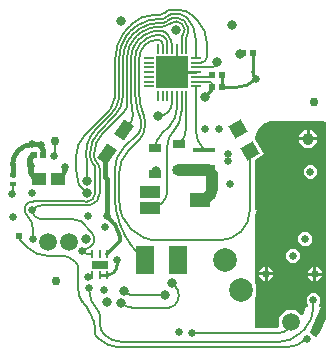
<source format=gbl>
G04*
G04 #@! TF.GenerationSoftware,Altium Limited,Altium Designer,23.1.1 (15)*
G04*
G04 Layer_Physical_Order=4*
G04 Layer_Color=16711680*
%FSLAX44Y44*%
%MOMM*%
G71*
G04*
G04 #@! TF.SameCoordinates,B54EA911-69F6-478F-8CB3-DEBD2400B795*
G04*
G04*
G04 #@! TF.FilePolarity,Positive*
G04*
G01*
G75*
%ADD10C,0.2000*%
%ADD13C,0.2540*%
%ADD33R,0.5200X0.5200*%
%ADD42C,0.6604*%
%ADD43C,0.1700*%
%ADD45C,0.7000*%
%ADD46C,0.5000*%
%ADD47C,0.2032*%
%ADD48C,0.1778*%
%ADD49C,0.3000*%
%ADD51C,0.4000*%
%ADD52C,1.0000*%
%ADD57C,0.7620*%
%ADD58C,2.0000*%
%ADD59C,1.5000*%
%ADD60C,0.8000*%
%ADD61C,0.6096*%
%ADD62C,1.0000*%
%ADD64C,0.1700*%
G04:AMPARAMS|DCode=65|XSize=0.1925mm|YSize=0.8937mm|CornerRadius=0.0962mm|HoleSize=0mm|Usage=FLASHONLY|Rotation=180.000|XOffset=0mm|YOffset=0mm|HoleType=Round|Shape=RoundedRectangle|*
%AMROUNDEDRECTD65*
21,1,0.1925,0.7012,0,0,180.0*
21,1,0.0000,0.8937,0,0,180.0*
1,1,0.1925,0.0000,0.3506*
1,1,0.1925,0.0000,0.3506*
1,1,0.1925,0.0000,-0.3506*
1,1,0.1925,0.0000,-0.3506*
%
%ADD65ROUNDEDRECTD65*%
G04:AMPARAMS|DCode=66|XSize=0.8937mm|YSize=0.1925mm|CornerRadius=0.0962mm|HoleSize=0mm|Usage=FLASHONLY|Rotation=180.000|XOffset=0mm|YOffset=0mm|HoleType=Round|Shape=RoundedRectangle|*
%AMROUNDEDRECTD66*
21,1,0.8937,0.0000,0,0,180.0*
21,1,0.7012,0.1925,0,0,180.0*
1,1,0.1925,-0.3506,0.0000*
1,1,0.1925,0.3506,0.0000*
1,1,0.1925,0.3506,0.0000*
1,1,0.1925,-0.3506,0.0000*
%
%ADD66ROUNDEDRECTD66*%
%ADD67R,0.8937X0.1925*%
%ADD68R,2.7000X2.7000*%
%ADD69R,1.4500X0.6500*%
%ADD70R,0.2700X0.7000*%
%ADD71R,1.8000X1.3000*%
%ADD72R,1.8000X1.0000*%
%ADD73R,1.0000X0.7500*%
G04:AMPARAMS|DCode=74|XSize=1.5mm|YSize=1mm|CornerRadius=0mm|HoleSize=0mm|Usage=FLASHONLY|Rotation=55.000|XOffset=0mm|YOffset=0mm|HoleType=Round|Shape=Rectangle|*
%AMROTATEDRECTD74*
4,1,4,-0.0206,-0.9012,-0.8398,-0.3276,0.0206,0.9012,0.8398,0.3276,-0.0206,-0.9012,0.0*
%
%ADD74ROTATEDRECTD74*%

%ADD75R,1.1581X1.0121*%
%ADD76P,1.6971X4X165.0*%
%ADD77R,1.9000X0.4000*%
%ADD78R,1.6000X2.4000*%
%ADD79R,0.5000X0.4000*%
G36*
X1260930Y920553D02*
Y760329D01*
Y758286D01*
X1260396Y754235D01*
X1259339Y750289D01*
X1257775Y746514D01*
X1255732Y742975D01*
X1253245Y739734D01*
X1252441Y738930D01*
X1250593Y739695D01*
Y739933D01*
X1247493Y743034D01*
X1256130Y763885D01*
X1255060D01*
X1254461Y765885D01*
X1256030Y767454D01*
Y772294D01*
X1252608Y775716D01*
X1247768D01*
X1244346Y772294D01*
Y767454D01*
X1245915Y765885D01*
X1245316Y763885D01*
X1244102D01*
X1241550Y757724D01*
X1239589Y757334D01*
X1235043Y761880D01*
X1226725D01*
X1220844Y755999D01*
Y747681D01*
X1219420Y746291D01*
X1200404D01*
Y772460D01*
X1201260Y773316D01*
Y783704D01*
X1200404Y784560D01*
Y841593D01*
X1202333Y846249D01*
X1200404D01*
Y889007D01*
X1208074Y893435D01*
X1200404Y906720D01*
Y908490D01*
X1202879Y914464D01*
X1207452Y919037D01*
X1213427Y921512D01*
X1216660D01*
Y921766D01*
X1258000D01*
X1260930Y920553D01*
D02*
G37*
%LPC*%
G36*
X1248993Y914320D02*
X1247140D01*
Y908050D01*
X1253410D01*
Y909903D01*
X1248993Y914320D01*
D02*
G37*
G36*
X1244600D02*
X1242747D01*
X1238330Y909903D01*
Y908050D01*
X1244600D01*
Y914320D01*
D02*
G37*
G36*
X1253410Y905510D02*
X1238330D01*
Y903657D01*
X1241102Y900885D01*
X1241247Y900534D01*
X1241599Y900388D01*
X1242747Y899240D01*
X1244370D01*
X1245870Y898619D01*
X1247370Y899240D01*
X1248993D01*
X1250141Y900388D01*
X1250493Y900534D01*
X1250639Y900885D01*
X1253410Y903657D01*
Y905510D01*
D02*
G37*
G36*
X1250068Y884682D02*
X1245228D01*
X1241806Y881260D01*
Y876420D01*
X1245228Y872998D01*
X1250068D01*
X1253490Y876420D01*
Y881260D01*
X1250068Y884682D01*
D02*
G37*
G36*
X1245750Y827532D02*
X1240910D01*
X1237488Y824110D01*
Y819270D01*
X1240910Y815848D01*
X1245750D01*
X1249172Y819270D01*
Y824110D01*
X1245750Y827532D01*
D02*
G37*
G36*
X1235590Y813562D02*
X1230750D01*
X1227328Y810140D01*
Y805300D01*
X1230750Y801878D01*
X1235590D01*
X1239012Y805300D01*
Y810140D01*
X1235590Y813562D01*
D02*
G37*
G36*
X1212730Y798322D02*
X1211580D01*
Y793750D01*
X1216152D01*
Y794900D01*
X1212730Y798322D01*
D02*
G37*
G36*
X1209040D02*
X1207890D01*
X1204468Y794900D01*
Y793750D01*
X1209040D01*
Y798322D01*
D02*
G37*
G36*
X1253553Y797689D02*
X1252403D01*
Y793117D01*
X1256975D01*
Y794267D01*
X1253553Y797689D01*
D02*
G37*
G36*
X1249863D02*
X1248713D01*
X1245291Y794267D01*
Y793117D01*
X1249863D01*
Y797689D01*
D02*
G37*
G36*
X1216152Y791210D02*
X1211580D01*
Y786638D01*
X1212730D01*
X1216152Y790060D01*
Y791210D01*
D02*
G37*
G36*
X1209040D02*
X1204468D01*
Y790060D01*
X1207890Y786638D01*
X1209040D01*
Y791210D01*
D02*
G37*
G36*
X1256975Y790577D02*
X1252403D01*
Y786005D01*
X1253553D01*
X1256975Y789427D01*
Y790577D01*
D02*
G37*
G36*
X1249863D02*
X1245291D01*
Y789427D01*
X1248713Y786005D01*
X1249863D01*
Y790577D01*
D02*
G37*
%LPD*%
D10*
X1082040Y858515D02*
G03*
X1082323Y852162I71024J-24D01*
G01*
X1082382Y851511D02*
G03*
X1082377Y851583I-1996J-121D01*
G01*
X1082383Y851509D02*
G03*
X1083345Y844929I36331J1955D01*
G01*
X1083361Y844859D02*
G03*
X1083345Y844929I-1961J-391D01*
G01*
X1083361Y844859D02*
G03*
X1102833Y808279I69704J13633D01*
G01*
X1082332Y852049D02*
G03*
X1082334Y852032I1993J173D01*
G01*
X1085850Y853464D02*
G03*
X1118714Y820601I32864J0D01*
G01*
X1054914Y768232D02*
G03*
X1054378Y768839I-8503J-6978D01*
G01*
X1064969Y746241D02*
G03*
X1064806Y747332I-10947J-1078D01*
G01*
X1065314Y742438D02*
G03*
X1065264Y743247I-10997J-270D01*
G01*
X1064224Y750260D02*
G03*
X1063961Y751307I-10789J-2146D01*
G01*
X1051052Y792829D02*
G03*
X1051097Y792419I2000J10D01*
G01*
X1051097Y786362D02*
G03*
X1051097Y792419I-13710J3028D01*
G01*
X1061573Y757982D02*
G03*
X1061111Y758958I-10163J-4209D01*
G01*
X1063088Y754186D02*
G03*
X1062724Y755203I-10526J-3193D01*
G01*
X1084454Y730078D02*
G03*
X1084569Y730074I126J1996D01*
G01*
X1068541Y737421D02*
G03*
X1084436Y730079I17946J17975D01*
G01*
X1226791Y730074D02*
G03*
X1244751Y737513I0J25400D01*
G01*
X1054113Y769138D02*
G03*
X1054259Y768964I1602J1197D01*
G01*
X1051052Y778637D02*
G03*
X1054102Y769152I16269J0D01*
G01*
X1065340Y741367D02*
G03*
X1066137Y739825I1999J57D01*
G01*
X1059693Y761612D02*
G03*
X1059138Y762538I-9701J-5185D01*
G01*
X1057466Y765040D02*
G03*
X1056823Y765907I-9146J-6111D01*
G01*
X1051097Y786362D02*
G03*
X1051052Y785950I1955J-421D01*
G01*
Y796289D02*
G03*
X1048357Y802795I-9201J0D01*
G01*
D02*
G03*
X1036467Y807720I-11890J-11890D01*
G01*
X1008062Y814459D02*
G03*
X1024349Y807720I16287J16311D01*
G01*
X1001184Y822210D02*
G03*
X1001800Y820722I2108J0D01*
G01*
X994811Y859748D02*
G03*
X995393Y860331I0J582D01*
G01*
X1030667Y891907D02*
G03*
X1030986Y892677I-769J769D01*
G01*
X1150371Y914444D02*
G03*
X1157556Y897097I24531J0D01*
G01*
X1131062Y912114D02*
G03*
X1126490Y901076I11038J-11038D01*
G01*
X1131062Y912114D02*
G03*
X1138486Y930037I-17923J17923D01*
G01*
X1136410Y901872D02*
G03*
X1142486Y916542I-14670J14670D01*
G01*
X1121143Y910323D02*
G03*
X1116293Y898613I11710J-11710D01*
G01*
X1128522Y917702D02*
G03*
X1134486Y932100I-14398J14398D01*
G01*
X1118870Y925830D02*
G03*
X1130486Y937446I0J11616D01*
G01*
X1163610Y967014D02*
G03*
X1168654Y972058I0J5044D01*
G01*
X1164401Y953432D02*
G03*
X1162820Y955014I-1582J0D01*
G01*
X1102928Y912569D02*
G03*
X1103123Y912953I-1674J1095D01*
G01*
X1103124Y912953D02*
G03*
X1103739Y915272I-12205J4480D01*
G01*
X1102301Y911802D02*
G03*
X1102928Y912569I-3471J3471D01*
G01*
X1103645Y924230D02*
G03*
X1103604Y924452I-1984J-255D01*
G01*
X1103297Y925449D02*
G03*
X1103122Y925807I-1876J-693D01*
G01*
X1102758Y926518D02*
G03*
X1103122Y925807I5084J2150D01*
G01*
X1103604Y924452D02*
G03*
X1103297Y925449I-9971J-2529D01*
G01*
X1102236Y927852D02*
G03*
X1102745Y926551I46290J17343D01*
G01*
X1103920Y921903D02*
G03*
X1103919Y922055I-10287J19D01*
G01*
X1103739Y915272D02*
G03*
X1103920Y917433I-12821J2161D01*
G01*
X1103919Y922055D02*
G03*
X1103901Y922293I-2000J-33D01*
G01*
X1101056Y931408D02*
G03*
X1102236Y927852I47470J13787D01*
G01*
X1099094Y945214D02*
G03*
X1101056Y931408I49432J-19D01*
G01*
X1123788Y993047D02*
G03*
X1119886Y994664I-3902J-3902D01*
G01*
X1126486Y986764D02*
G03*
X1123950Y992886I-8658J0D01*
G01*
X1119886Y994664D02*
G03*
X1108825Y991488I0J-20849D01*
G01*
X1103576Y987045D02*
G03*
X1099094Y974598I15040J-12447D01*
G01*
X1089224Y898724D02*
G03*
X1082040Y881380I17344J-17344D01*
G01*
X1108789Y991466D02*
G03*
X1108825Y991488I-1016J1723D01*
G01*
X1108789Y991466D02*
G03*
X1103576Y987045I9827J-16868D01*
G01*
X1118616Y990600D02*
G03*
X1102614Y974598I0J-16002D01*
G01*
X1102614Y945195D02*
G03*
X1105994Y927904I45912J-0D01*
G01*
X1106443Y927072D02*
G03*
X1106288Y927379I-1856J-746D01*
G01*
X1105994Y927904D02*
G03*
X1106142Y927616I1848J764D01*
G01*
X1107440Y921922D02*
G03*
X1106443Y927072I-13807J-0D01*
G01*
X1102601Y905751D02*
G03*
X1107440Y917433I-11683J11683D01*
G01*
X1122486Y986730D02*
G03*
X1118616Y990600I-3870J0D01*
G01*
X1112019Y848197D02*
G03*
X1126490Y862668I0J14471D01*
G01*
X1131748Y900000D02*
G03*
X1134680Y902933I0J2932D01*
G01*
X1188969Y828289D02*
G03*
X1196408Y846249I-17960J17960D01*
G01*
X1170760Y820601D02*
G03*
X1188720Y828040I0J25400D01*
G01*
X1093289Y896440D02*
G03*
X1085850Y878479I17960J-17960D01*
G01*
X1122680Y970280D02*
G03*
X1125943Y975510I-9657J9657D01*
G01*
X1082323Y852162D02*
X1082332Y852049D01*
X1082334Y852032D02*
X1082377Y851583D01*
X1082382Y851511D02*
X1082383Y851509D01*
X1102833Y808279D02*
X1102834Y808279D01*
X1103411Y807701D01*
X1082040Y858515D02*
X1082040Y858525D01*
Y881380D01*
X1103411Y807701D02*
X1107160Y803952D01*
X1118714Y820601D02*
X1170760D01*
X1085850Y853464D02*
Y878479D01*
X1051052Y792829D02*
Y796289D01*
X1084569Y730074D02*
X1226791D01*
X1054259Y768964D02*
X1054378Y768839D01*
X1063088Y754186D02*
X1063961Y751307D01*
X1054914Y768232D02*
X1055817Y767133D01*
X1065314Y742438D02*
X1065340Y741367D01*
X1084436Y730079D02*
X1084454Y730078D01*
X1064224Y750260D02*
X1064806Y747332D01*
X1059693Y761612D02*
X1061111Y758958D01*
X1061573Y757982D02*
X1062724Y755203D01*
X1064969Y746241D02*
X1065264Y743247D01*
X1054102Y769152D02*
X1054113Y769138D01*
X1051052Y778637D02*
Y785950D01*
X1066137Y739825D02*
X1068541Y737421D01*
X1057466Y765040D02*
X1059138Y762538D01*
X1055817Y767133D02*
X1056823Y765907D01*
X1051052Y785950D02*
Y785950D01*
X1024349Y807720D02*
X1036467D01*
X1001800Y820722D02*
X1008062Y814459D01*
X1001184Y822210D02*
Y824655D01*
X1030986Y892677D02*
Y905002D01*
X1150371Y914444D02*
Y951014D01*
X1126490Y862668D02*
Y901076D01*
X1138486Y930037D02*
Y943129D01*
X1142486Y916542D02*
Y943129D01*
X1121143Y910323D02*
X1128522Y917702D01*
X1134486Y932100D02*
Y943129D01*
X1130486Y937446D02*
Y943129D01*
X1164401Y950252D02*
Y953432D01*
X1150371Y955014D02*
X1162820D01*
X1150371Y967014D02*
X1163610D01*
X1150371Y959015D02*
X1163878D01*
X1103123Y912953D02*
X1103124Y912953D01*
X1089224Y898724D02*
X1102301Y911802D01*
X1103604Y924452D02*
X1103604Y924452D01*
X1102745Y926551D02*
X1102758Y926518D01*
X1103122Y925807D02*
X1103122Y925807D01*
X1103920Y921903D02*
X1103920Y917433D01*
X1103645Y924230D02*
X1103901Y922293D01*
X1099094Y945214D02*
X1099094Y974598D01*
X1123789Y993047D02*
X1123950Y992886D01*
X1126486Y982899D02*
Y986764D01*
X1099094Y974598D02*
Y974598D01*
X1106443Y927072D02*
X1106443D01*
X1107440Y917433D02*
Y921922D01*
X1106142Y927616D02*
X1106288Y927379D01*
X1102614Y945205D02*
Y974598D01*
X1102614Y945195D02*
X1102614Y945205D01*
X1122486Y982899D02*
Y986730D01*
X995393Y860331D02*
Y868100D01*
X1188720Y828040D02*
X1188969Y828289D01*
X1093289Y896440D02*
X1102601Y905751D01*
X1196408Y846249D02*
Y896561D01*
D13*
X1198816Y963359D02*
G03*
X1201420Y957072I8891J0D01*
G01*
X1184954Y950252D02*
G03*
X1201420Y957072I0J23286D01*
G01*
X1081024Y793242D02*
G03*
X1083778Y799891I-6649J6649D01*
G01*
X1076094Y791200D02*
G03*
X1081024Y793242I0J6972D01*
G01*
X1130486Y963015D02*
X1150371D01*
X1172402Y950252D02*
X1184954D01*
X1172400Y960882D02*
X1172402Y960881D01*
Y950252D02*
Y960881D01*
X1198816Y963359D02*
Y978916D01*
X1075586Y791200D02*
X1076094D01*
X1069086D02*
X1075586D01*
X1083778Y799891D02*
Y804347D01*
D33*
X1164401Y950252D02*
D03*
X1172402D02*
D03*
X1190816Y978916D02*
D03*
X1198816D02*
D03*
X1013270Y892810D02*
D03*
X1021270D02*
D03*
X1164400Y960882D02*
D03*
X1172400D02*
D03*
D42*
X1073658Y831596D02*
D03*
X1075198Y840994D02*
D03*
X1251133Y791847D02*
D03*
X1058926Y789686D02*
D03*
X1210310Y792480D02*
D03*
X1250188Y769874D02*
D03*
X1244751Y737513D02*
D03*
X1060264Y780112D02*
D03*
X1073222Y778706D02*
D03*
X1147318Y742442D02*
D03*
X1247648Y878840D02*
D03*
X1083778Y804347D02*
D03*
X1054246Y811506D02*
D03*
X1012262Y846748D02*
D03*
X1012533Y821362D02*
D03*
X995934Y840740D02*
D03*
X1201420Y957072D02*
D03*
X1030667Y891907D02*
D03*
X1135671Y803961D02*
D03*
X1177795Y887453D02*
D03*
X1136650Y742950D02*
D03*
X1179115Y867996D02*
D03*
X1011909Y860413D02*
D03*
X1233170Y807720D02*
D03*
X1243330Y821690D02*
D03*
X994811Y859748D02*
D03*
X1158218Y914515D02*
D03*
X1169943Y914635D02*
D03*
X1185856Y914994D02*
D03*
X1177870Y893898D02*
D03*
X1059040Y840837D02*
D03*
X1039740Y883022D02*
D03*
X1012270Y901791D02*
D03*
X1019310Y901577D02*
D03*
X1011345Y883345D02*
D03*
D43*
X1054246Y811506D02*
G03*
X1060296Y809000I6051J6051D01*
G01*
X1132441Y782719D02*
G03*
X1132439Y782721I-8941J-8937D01*
G01*
X1087628Y767588D02*
G03*
X1096826Y763778I9198J9198D01*
G01*
X1136142Y773782D02*
G03*
X1132441Y782719I-12642J0D01*
G01*
X1060779Y814863D02*
G03*
X1062832Y826449I-3377J6573D01*
G01*
X1053174Y836890D02*
G03*
X1046364Y838454I-6810J-14046D01*
G01*
X1053429Y836633D02*
G03*
X1053382Y836682I-1249J-1153D01*
G01*
X1012533Y830323D02*
G03*
X1007808Y841732I-16135J0D01*
G01*
X1007808Y841732D02*
G03*
X1007669Y841881I-1310J-1084D01*
G01*
X1012190Y853440D02*
G03*
X1010625Y853237I0J-6132D01*
G01*
X1010587Y853227D02*
G03*
X1009224Y852743I0J-2163D01*
G01*
X1008997Y852590D02*
G03*
X1007669Y841881I3264J-5842D01*
G01*
X1008997Y852590D02*
G03*
X1009224Y852743I-837J1480D01*
G01*
X1014222Y840740D02*
G03*
X1019741Y838454I5519J5519D01*
G01*
X1012190Y845646D02*
G03*
X1014222Y840740I6938J0D01*
G01*
X1021105Y850411D02*
G03*
X1012262Y846748I0J-12507D01*
G01*
X1055562Y850411D02*
G03*
X1065275Y852899I2536J10302D01*
G01*
X1066125Y853556D02*
G03*
X1066574Y854071I-1031J1352D01*
G01*
X1065405Y853007D02*
G03*
X1065275Y852899I1020J-1360D01*
G01*
X1088898Y968502D02*
G03*
X1088952Y968917I-1646J425D01*
G01*
X1065597Y871177D02*
G03*
X1065536Y872200I-7390J77D01*
G01*
X1065524Y872397D02*
G03*
X1065536Y872200I1700J9D01*
G01*
X1092693Y936724D02*
G03*
X1092692Y936733I-1695J-134D01*
G01*
X1092461Y939483D02*
G03*
X1092458Y939522I-1695J-129D01*
G01*
X1089469Y928939D02*
G03*
X1092693Y936724I-7785J7785D01*
G01*
X1067355Y855434D02*
G03*
X1069521Y868377I-16575J9427D01*
G01*
X1092172Y945214D02*
G03*
X1092450Y939599I56354J-19D01*
G01*
X1069340Y868814D02*
G03*
X1069521Y868377I618J0D01*
G01*
X1054339Y864839D02*
G03*
X1056699Y862112I20335J15220D01*
G01*
X1054339Y864839D02*
G03*
X1053962Y865205I-1358J-1023D01*
G01*
X1050819Y871086D02*
G03*
X1053962Y865205I7388J167D01*
G01*
X1050819Y871086D02*
G03*
X1050726Y871594I-1699J-49D01*
G01*
X1049274Y880059D02*
G03*
X1050726Y871594I25400J0D01*
G01*
X1142020Y1009835D02*
G03*
X1142931Y1009464I1185J1611D01*
G01*
X1058098Y853324D02*
G03*
X1065488Y860637I0J7390D01*
G01*
X1096966Y999673D02*
G03*
X1097467Y999975I-769J1846D01*
G01*
X1150371Y991504D02*
G03*
X1142932Y1009464I-25400J0D01*
G01*
X1101814Y1003040D02*
G03*
X1097467Y999975I16802J-28442D01*
G01*
X1058755Y886484D02*
G03*
X1058633Y887257I-1998J79D01*
G01*
X1127934Y763778D02*
G03*
X1132840Y765810I0J6938D01*
G01*
D02*
G03*
X1136142Y773782I-7972J7972D01*
G01*
X1158494Y972566D02*
G03*
X1159764Y975632I-3066J3066D01*
G01*
X1154748Y971014D02*
G03*
X1158494Y972566I0J5297D01*
G01*
X1056713Y910100D02*
G03*
X1049274Y892139I17960J-17960D01*
G01*
X1076842Y930229D02*
G03*
X1078523Y932152I-13290J13311D01*
G01*
X1078756Y932575D02*
G03*
X1078756Y932576I-1591J600D01*
G01*
X1078523Y932152D02*
G03*
X1078756Y932575I-1358J1023D01*
G01*
X1082218Y941861D02*
G03*
X1082323Y942336I-1590J602D01*
G01*
X1082323D02*
G03*
X1082362Y943540I-18771J1204D01*
G01*
X1082352Y969261D02*
G03*
X1082352Y967743I6546J-759D01*
G01*
X1082362Y967567D02*
G03*
X1082352Y967743I-1700J-9D01*
G01*
Y969261D02*
G03*
X1082362Y969437I-1690J185D01*
G01*
X1114391Y1011414D02*
G03*
X1096431Y1003975I0J-25400D01*
G01*
X1095424Y1002500D02*
G03*
X1094678Y1001939I1542J-2827D01*
G01*
X1089196Y995784D02*
G03*
X1089205Y995797I-1385J985D01*
G01*
X1092539Y999800D02*
G03*
X1089205Y995797I20235J-20239D01*
G01*
X1089196Y995784D02*
G03*
X1082362Y974579I29420J-21186D01*
G01*
X1095424Y1002500D02*
G03*
X1095666Y1002664I-825J1486D01*
G01*
X1095812Y1002782D02*
G03*
X1095666Y1002664I22804J-28184D01*
G01*
X1095812Y1002782D02*
G03*
X1096431Y1003975I-1077J1315D01*
G01*
X1119911Y1011414D02*
G03*
X1124363Y1013258I0J6297D01*
G01*
X1130576Y1016000D02*
G03*
X1124650Y1013545I0J-8380D01*
G01*
X1147954Y1010791D02*
G03*
X1135380Y1016000I-12574J-12574D01*
G01*
X1159764Y988461D02*
G03*
X1152325Y1006422I-25400J0D01*
G01*
X1057670Y892592D02*
G03*
X1058633Y887257I15262J0D01*
G01*
X1066095Y914928D02*
G03*
X1061457Y908853I20345J-20342D01*
G01*
X1057674Y895059D02*
G03*
X1057670Y894668I19259J-391D01*
G01*
X1061457Y908853D02*
G03*
X1057674Y895059I24983J-14268D01*
G01*
X1079129Y927962D02*
G03*
X1085225Y939591I-15577J15578D01*
G01*
X1085582Y967753D02*
G03*
X1085563Y968018I-2000J-10D01*
G01*
X1085563Y968986D02*
G03*
X1085582Y969251I-1981J275D01*
G01*
X1094805Y997512D02*
G03*
X1091840Y993945I17969J-17952D01*
G01*
X1121309Y1008123D02*
G03*
X1119886Y1008176I-1423J-18978D01*
G01*
D02*
G03*
X1101888Y1003086I0J-34361D01*
G01*
X1085225Y939591D02*
G03*
X1085582Y943540I-21673J3949D01*
G01*
X1085563Y968986D02*
G03*
X1085563Y968018I3335J-484D01*
G01*
X1091827Y993927D02*
G03*
X1085582Y974588I26789J-19329D01*
G01*
X1091827Y993927D02*
G03*
X1091840Y993945I-1629J1160D01*
G01*
X1121309Y1008123D02*
G03*
X1121823Y1008154I136J1995D01*
G01*
X1123139Y1008416D02*
G03*
X1123433Y1008500I-402J1959D01*
G01*
X1123540Y1008539D02*
G03*
X1124219Y1008943I-663J1887D01*
G01*
X1124471Y1009168D02*
G03*
X1124495Y1009189I-1324J1499D01*
G01*
X1125089Y1009676D02*
G03*
X1124495Y1009189I3877J-5329D01*
G01*
X1125089Y1009676D02*
G03*
X1125113Y1009695I-1188J1609D01*
G01*
X1123540Y1008539D02*
G03*
X1123433Y1008500I1092J-3188D01*
G01*
X1142020Y1009835D02*
G03*
X1125113Y1009695I-8361J-11204D01*
G01*
X1124471Y1009168D02*
G03*
X1124219Y1008943I9187J-10537D01*
G01*
X1064260Y892592D02*
G03*
X1066800Y886460I8672J0D01*
G01*
X1071700Y911170D02*
G03*
X1064260Y893210I17960J-17960D01*
G01*
X1061040Y892592D02*
G03*
X1063724Y885066I11892J0D01*
G01*
X1061043Y894981D02*
G03*
X1061040Y894668I15890J-312D01*
G01*
X1068480Y912546D02*
G03*
X1061043Y894981I17960J-17960D01*
G01*
X1081512Y925579D02*
G03*
X1088952Y943540I-17960J17960D01*
G01*
X1103554Y1000154D02*
G03*
X1103570Y1000163I-871J1460D01*
G01*
X1119886Y1004806D02*
G03*
X1103570Y1000163I0J-30991D01*
G01*
X1103554Y1000154D02*
G03*
X1088952Y974598I15062J-25556D01*
G01*
X1121239Y1004747D02*
G03*
X1119886Y1004806I-1353J-15602D01*
G01*
X1121239Y1004747D02*
G03*
X1121366Y1004742I137J1694D01*
G01*
X1122144D02*
G03*
X1124050Y1005031I0J6427D01*
G01*
D02*
G03*
X1124631Y1005350I-512J1621D01*
G01*
X1124631Y1005350D02*
G03*
X1125408Y1005639I-186J1690D01*
G01*
X1142728Y993125D02*
G03*
X1142486Y992259I1458J-875D01*
G01*
X1126138Y1006146D02*
G03*
X1126326Y1006299I-979J1390D01*
G01*
X1126719Y1006657D02*
G03*
X1126326Y1006299I6939J-8026D01*
G01*
X1126719Y1006657D02*
G03*
X1126758Y1006692I-1119J1280D01*
G01*
X1127098Y1006971D02*
G03*
X1127136Y1006999I-998J1377D01*
G01*
X1142728Y993125D02*
G03*
X1127136Y1006999I-9070J5506D01*
G01*
X1127098Y1006971D02*
G03*
X1126758Y1006692I1867J-2623D01*
G01*
X1100047Y993425D02*
G03*
X1092172Y974598I18569J-18827D01*
G01*
X1121077Y1001529D02*
G03*
X1119886Y1001586I-1191J-12384D01*
G01*
X1121077Y1001529D02*
G03*
X1121221Y1001522I153J1693D01*
G01*
X1119886Y1001586D02*
G03*
X1105236Y997408I0J-27771D01*
G01*
X1122144Y1001522D02*
G03*
X1128366Y1003797I0J9647D01*
G01*
X1128875Y1004263D02*
G03*
X1128966Y1004348I-1109J1288D01*
G01*
Y1004348D02*
G03*
X1129066Y1004420I-947J1412D01*
G01*
X1138794Y992969D02*
G03*
X1138486Y990178I12502J-2792D01*
G01*
X1092629Y937486D02*
G03*
X1092628Y937494I-1694J-142D01*
G01*
X1105219Y997397D02*
G03*
X1100047Y993425I13397J-22799D01*
G01*
X1128366Y1003797D02*
G03*
X1128454Y1003876I-1103J1294D01*
G01*
X1128875Y1004263D02*
G03*
X1128454Y1003876I4784J-5633D01*
G01*
X1105219Y997397D02*
G03*
X1105236Y997408I-870J1460D01*
G01*
X1139175Y993713D02*
G03*
X1129066Y1004420I-5517J4917D01*
G01*
X1139175Y993713D02*
G03*
X1138794Y992969I1276J-1124D01*
G01*
X1055929Y853649D02*
G03*
X1055449Y853721I-489J-1628D01*
G01*
X1055929Y853649D02*
G03*
X1058098Y853324I2169J7064D01*
G01*
X1065258Y883271D02*
G03*
X1064528Y884178I-4590J-2943D01*
G01*
X1065524Y882359D02*
G03*
X1065258Y883271I-1700J-2D01*
G01*
X1063724Y885066D02*
G03*
X1064528Y884178I9208J7526D01*
G01*
X1069340Y880328D02*
G03*
X1066800Y886460I-8672J0D01*
G01*
X1142486Y982899D02*
Y992259D01*
X1054246Y811506D02*
X1060779Y814863D01*
X1060296Y809000D02*
X1062586D01*
X1089899Y777884D02*
X1095093Y774446D01*
X1117097Y774446D02*
X1124497Y774443D01*
X1095093Y774446D02*
X1117097D01*
X1130808Y784352D02*
X1132439Y782721D01*
X1132441Y782719D01*
X1057402Y821436D02*
X1057693Y821727D01*
X1053174Y836890D02*
X1053382Y836682D01*
X1053429Y836633D02*
X1062832Y826449D01*
X1012533Y821362D02*
Y830323D01*
X1012190Y853440D02*
X1014681Y853721D01*
X1010587Y853227D02*
X1010625Y853237D01*
X1019741Y838454D02*
X1046364D01*
X1012190Y845646D02*
Y846676D01*
X1012861Y846006D01*
X1012190Y846676D02*
X1012262Y846748D01*
X1021105Y850411D02*
X1055562D01*
X1055562D01*
X1065275Y852899D02*
X1065275D01*
X1065405Y853007D02*
X1066125Y853556D01*
X1055449Y853721D02*
X1055449D01*
X1065524Y872397D02*
Y882359D01*
X1058098Y853324D02*
Y853324D01*
X1082218Y921689D02*
X1082218Y921689D01*
X1092461Y939483D02*
X1092628Y937494D01*
X1067354Y855433D02*
X1067355Y855434D01*
X1092172Y945214D02*
X1092172Y974598D01*
X1092629Y937486D02*
X1092692Y936733D01*
X1092450Y939599D02*
X1092458Y939522D01*
X1069340Y868814D02*
Y880328D01*
X1056699Y862112D02*
X1058098Y860714D01*
X1101814Y1003040D02*
X1101888Y1003086D01*
X1058207Y871254D02*
X1058755Y886484D01*
X1142931Y1009464D02*
X1142932D01*
X1085582Y967753D02*
Y967753D01*
X1065488Y860637D02*
X1065597Y871177D01*
X1096826Y763778D02*
X1127934D01*
X1082362Y967567D02*
Y967567D01*
X1159764Y975632D02*
Y988461D01*
X1150371Y971014D02*
X1154748D01*
X1078756Y932575D02*
X1078756Y932576D01*
X1049274Y880059D02*
Y892139D01*
X1056713Y910100D02*
X1076842Y930229D01*
X1078756Y932576D02*
X1082218Y941861D01*
X1082323Y942336D02*
X1082323D01*
X1082362Y943540D02*
Y967567D01*
Y969437D02*
X1082362Y974579D01*
X1082362Y969437D02*
Y969437D01*
X1094678Y1001939D02*
X1094678Y1001939D01*
X1092539Y999800D02*
X1094678Y1001939D01*
X1114391Y1011414D02*
X1119911D01*
X1124363Y1013258D02*
X1124650Y1013545D01*
X1130576Y1016000D02*
X1135380D01*
X1147954Y1010791D02*
X1152325Y1006422D01*
X1057670Y892592D02*
Y894668D01*
X1057674Y895059D02*
X1057674D01*
X1066095Y914928D02*
X1079129Y927962D01*
X1085582Y943540D02*
Y967753D01*
Y969251D02*
X1085582Y974588D01*
X1085582Y969251D02*
Y969251D01*
X1094805Y997512D02*
X1096966Y999673D01*
X1150371Y975014D02*
Y991504D01*
X1121823Y1008154D02*
X1123139Y1008416D01*
X1064260Y892592D02*
Y893210D01*
X1071700Y911170D02*
X1082218Y921689D01*
X1061040Y892592D02*
Y894668D01*
X1068480Y912546D02*
X1081512Y925579D01*
X1088952Y974598D02*
Y974598D01*
X1088952Y968917D02*
X1088952Y974598D01*
X1088952Y943540D02*
Y968917D01*
X1121366Y1004742D02*
X1122144D01*
X1124631Y1005350D02*
X1124631Y1005350D01*
X1142486Y992259D02*
Y992259D01*
X1125408Y1005639D02*
X1126138Y1006146D01*
X1092172Y974598D02*
Y974598D01*
X1121221Y1001522D02*
X1122144D01*
X1128966Y1004348D02*
Y1004348D01*
X1138486Y982899D02*
Y990178D01*
X1082218Y921689D02*
X1089469Y928939D01*
X1014681Y853721D02*
X1055449D01*
X1066574Y854071D02*
X1067354Y855433D01*
D45*
X1245870Y905156D02*
Y906780D01*
D46*
X1016497Y871338D02*
X1017227D01*
X1013936Y873898D02*
Y874008D01*
X1010610Y877334D02*
Y882176D01*
X1011345Y882911D02*
Y883345D01*
X1013936Y873898D02*
X1016497Y871338D01*
X1010610Y877334D02*
X1013936Y874008D01*
X1010610Y882176D02*
X1011345Y882911D01*
Y883779D01*
X1013170Y892710D02*
X1013270Y892810D01*
X1010185Y889781D02*
X1013114Y892710D01*
X1010185Y884939D02*
Y889781D01*
X1013114Y892710D02*
X1013170D01*
X1010185Y884939D02*
X1011345Y883779D01*
D47*
X1221486Y742442D02*
G03*
X1230884Y751840I0J9398D01*
G01*
X1242748Y745925D02*
G03*
X1250188Y763885I-17960J17960D01*
G01*
X1220871Y734568D02*
G03*
X1238831Y742008I0J25400D01*
G01*
X1072896Y740918D02*
G03*
X1088226Y734568I15330J15330D01*
G01*
X1069340Y749503D02*
G03*
X1072896Y740918I12141J0D01*
G01*
X1069340Y756271D02*
G03*
X1066546Y763016I-9539J0D01*
G01*
X1060264Y778183D02*
G03*
X1066546Y763016I21449J0D01*
G01*
X1094102Y918513D02*
G03*
X1097026Y925576I-7068J7063D01*
G01*
X1094099Y918510D02*
G03*
X1094102Y918513I-7066J7066D01*
G01*
X1095833Y939795D02*
G03*
X1095830Y939830I-2025J-162D01*
G01*
X1095558Y945214D02*
G03*
X1095825Y939886I52968J-19D01*
G01*
X1126298Y995539D02*
G03*
X1119886Y998200I-6412J-6394D01*
G01*
X1101701Y990269D02*
G03*
X1095558Y974598I16915J-15671D01*
G01*
X1129659Y989717D02*
G03*
X1126438Y995398I-11831J-2953D01*
G01*
X1119886Y998200D02*
G03*
X1106994Y994514I0J-24385D01*
G01*
X1130486Y983816D02*
G03*
X1129669Y989677I-21448J0D01*
G01*
X1097026Y925576D02*
G03*
X1097025Y925587I-2025J-170D01*
G01*
X1106963Y994494D02*
G03*
X1101701Y990269I11653J-19897D01*
G01*
X1129659Y989717D02*
G03*
X1129669Y989677I1969J504D01*
G01*
X1106963Y994494D02*
G03*
X1106994Y994514I-1035J1749D01*
G01*
X1238831Y742008D02*
X1242748Y745925D01*
X1088226Y734568D02*
X1220871D01*
X1250188Y763885D02*
Y769874D01*
X1147318Y742442D02*
X1221486D01*
X1069340Y749503D02*
Y756271D01*
X1060264Y778183D02*
Y780112D01*
X1094099Y918510D02*
X1094102Y918513D01*
X1089815Y914226D02*
X1094099Y918510D01*
X1095825Y939886D02*
X1095830Y939830D01*
X1095558Y974598D02*
Y974598D01*
X1095558Y945214D02*
X1095558Y974598D01*
X1126298Y995539D02*
X1126438Y995398D01*
X1130486Y982899D02*
Y983816D01*
X1095833Y939795D02*
X1097025Y925587D01*
D48*
X1130486Y963015D02*
G03*
X1134486Y972671I-9657J9657D01*
G01*
Y982899D01*
D49*
X1082096Y834096D02*
G03*
X1086358Y824113I70968J24396D01*
G01*
X1075198Y840994D02*
X1081611Y834581D01*
X1086358Y819772D02*
Y824113D01*
X1075586Y809000D02*
X1086358Y819772D01*
X1081611Y834581D02*
X1082096Y834096D01*
X1163301Y949152D02*
X1164401Y950252D01*
X1163301Y947282D02*
Y949152D01*
X1158282Y942262D02*
X1163301Y947282D01*
X1158282Y942262D02*
Y942262D01*
D51*
X1021270Y896938D02*
G03*
X1021261Y897123I-1960J0D01*
G01*
X1012270Y901791D02*
G03*
X995393Y884914I0J-16877D01*
G01*
X1030268Y871694D02*
G03*
X1039740Y881166I0J9472D01*
G01*
X1019310Y901577D02*
G03*
X1019096Y901791I-214J0D01*
G01*
X1075198Y840994D02*
Y872719D01*
X1074041Y873876D02*
X1075198Y872719D01*
X1019310Y899699D02*
Y901577D01*
X1021270Y892810D02*
Y896938D01*
X1019310Y899699D02*
X1021261Y897123D01*
X1012270Y901791D02*
X1019096D01*
X995393Y876099D02*
Y884914D01*
X1074041Y873876D02*
Y892313D01*
X1075475Y893747D01*
X1039740Y881166D02*
Y883022D01*
D52*
X1164590Y876063D02*
G03*
X1160781Y879872I-3808J0D01*
G01*
X1158039Y855492D02*
G03*
X1164590Y865268I-4020J9777D01*
G01*
X1136410Y879872D02*
X1160781D01*
X1164590Y865268D02*
Y876063D01*
X1158039Y855492D02*
X1158039D01*
X1158019D02*
X1158039D01*
X1154019Y854697D02*
X1158019Y855492D01*
D57*
X1030986Y905002D02*
D03*
X1032510Y786130D02*
D03*
X1250950Y937514D02*
D03*
D58*
X1175474Y803838D02*
D03*
X1188720Y778510D02*
D03*
D59*
X1230884Y751840D02*
D03*
X1025654Y818942D02*
D03*
X1043366Y819229D02*
D03*
D60*
X1089899Y777884D02*
D03*
X1087628Y767588D02*
D03*
X1124497Y774443D02*
D03*
X1130808Y784352D02*
D03*
X1057402Y821436D02*
D03*
X1075758Y768717D02*
D03*
X1058207Y871254D02*
D03*
X1158282Y942262D02*
D03*
X1168654Y972058D02*
D03*
X1188235Y978754D02*
D03*
X1180782Y1002599D02*
D03*
X1136650Y956056D02*
D03*
X1123188Y967740D02*
D03*
X1087281Y1006292D02*
D03*
X1133659Y998631D02*
D03*
X1118870Y925830D02*
D03*
X1058098Y860714D02*
D03*
X1134505Y880407D02*
D03*
X1116515Y879261D02*
D03*
D61*
X1001184Y824655D02*
D03*
D62*
X1245870Y906780D02*
D03*
D64*
X1117097Y774446D02*
D03*
D65*
X1142486Y982899D02*
D03*
X1138486D02*
D03*
X1134486D02*
D03*
X1130486D02*
D03*
X1126486D02*
D03*
X1122486D02*
D03*
X1118486D02*
D03*
Y943129D02*
D03*
X1122486D02*
D03*
X1126486D02*
D03*
X1130486D02*
D03*
X1134486D02*
D03*
X1138486D02*
D03*
X1142486D02*
D03*
D66*
X1110601Y975014D02*
D03*
Y971014D02*
D03*
Y967014D02*
D03*
Y963015D02*
D03*
Y959015D02*
D03*
Y955014D02*
D03*
Y951014D02*
D03*
X1150371D02*
D03*
Y955014D02*
D03*
Y959015D02*
D03*
Y963015D02*
D03*
Y967014D02*
D03*
Y971014D02*
D03*
D67*
Y975014D02*
D03*
D68*
X1130486Y963015D02*
D03*
D69*
X1069086Y800100D02*
D03*
D70*
X1062586Y791200D02*
D03*
X1069086D02*
D03*
X1075586D02*
D03*
Y809000D02*
D03*
X1069086D02*
D03*
X1062586D02*
D03*
D71*
X1154019Y854697D02*
D03*
D72*
X1112019Y861197D02*
D03*
Y848197D02*
D03*
D73*
X1116293Y876613D02*
D03*
Y898613D02*
D03*
X1136410Y901872D02*
D03*
Y879872D02*
D03*
D74*
X1089815Y914226D02*
D03*
X1075475Y893747D02*
D03*
D75*
X1033922Y872236D02*
D03*
X1017382D02*
D03*
D76*
X1185908Y914748D02*
D03*
X1196408Y896561D02*
D03*
D77*
X1157556Y897097D02*
D03*
X1157556Y883097D02*
D03*
D78*
X1107160Y803952D02*
D03*
X1135660D02*
D03*
D79*
X995393Y868100D02*
D03*
Y876099D02*
D03*
M02*

</source>
